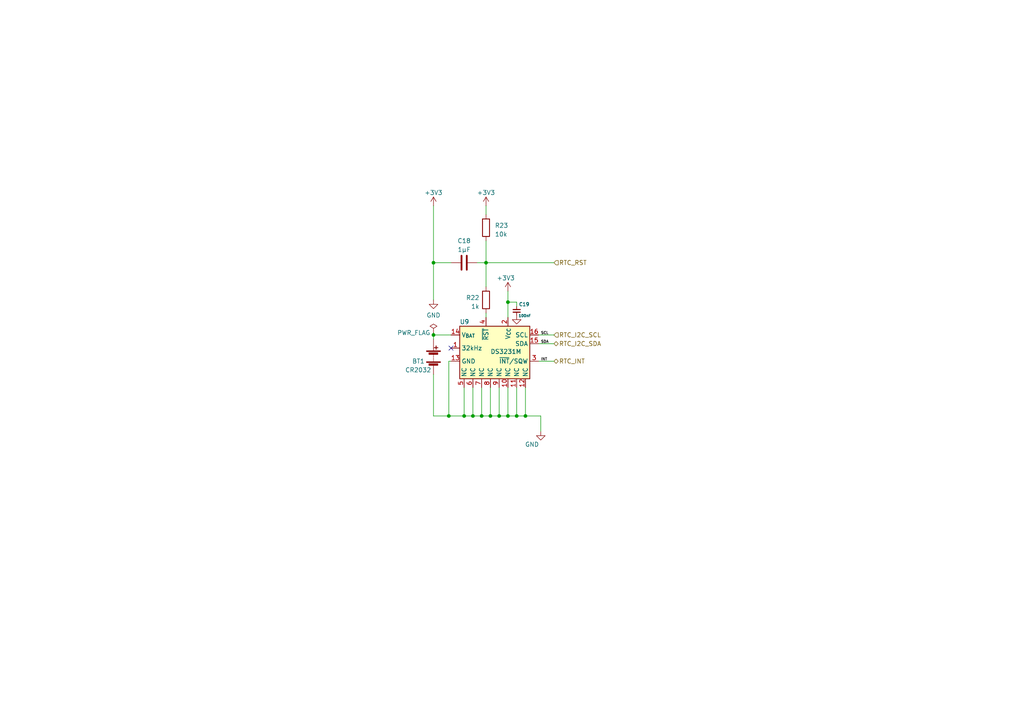
<source format=kicad_sch>
(kicad_sch (version 20230121) (generator eeschema)
  (paper "A4")
  (lib_symbols
    (symbol "C_Decoupling_1" (pin_numbers hide) (pin_names (offset 0.254) hide)
      (property "Reference" "C" (at 0.4572 1.3716 0))
      (property "Value" "C_Decoupling" (at 1.27 0 0))
      (symbol "C_Decoupling_1_0_1"
        (polyline (pts (xy -1.016 -0.381) (xy 1.016 -0.381)) (stroke (width 0.3302)))
        (polyline (pts (xy -1.016 0.381) (xy 1.016 0.381)) (stroke (width 0.3302)))
      )
      (symbol "C_Decoupling_1_1_1"
        (pin passive line (at 0 1.27 270) (length 0.7938) (name "~") (number "1"))
        (pin passive line (at 0 -1.27 90) (length 0.7938) (name "~") (number "2"))
      )
    )
    (symbol "Device:Battery" (pin_numbers hide) (pin_names (offset 0) hide)
      (property "Reference" "BT" (at 2.54 2.54 0))
      (property "Value" "Battery" (at 2.54 0 0))
      (symbol "Battery_0_1"
        (rectangle (start -2.032 -1.397) (end 2.032 -1.651) (fill (type outline)))
        (rectangle (start -2.032 1.778) (end 2.032 1.524) (fill (type outline)))
        (rectangle (start -1.3208 -1.9812) (end 1.27 -2.4892) (fill (type outline)))
        (rectangle (start -1.3208 1.1938) (end 1.27 0.6858) (fill (type outline)))
        (polyline (pts (xy 0 -1.524) (xy 0 -1.27)))
        (polyline (pts (xy 0 -1.016) (xy 0 -0.762)))
        (polyline (pts (xy 0 -0.508) (xy 0 -0.254)))
        (polyline (pts (xy 0 0) (xy 0 0.254)))
        (polyline (pts (xy 0 0.508) (xy 0 0.762)))
        (polyline (pts (xy 0 1.778) (xy 0 2.54)))
        (polyline (pts (xy 0.254 2.667) (xy 1.27 2.667)) (stroke (width 0.254)))
        (polyline (pts (xy 0.762 3.175) (xy 0.762 2.159)) (stroke (width 0.254)))
      )
      (symbol "Battery_1_1"
        (pin passive line (at 0 5.08 270) (length 2.54) (name "+") (number "1"))
        (pin passive line (at 0 -5.08 90) (length 2.54) (name "-") (number "2"))
      )
    )
    (symbol "Device:C" (pin_numbers hide) (pin_names (offset 0.254))
      (property "Reference" "C" (at 0.635 2.54 0))
      (property "Value" "C" (at 0.635 -2.54 0))
      (symbol "C_0_1"
        (polyline (pts (xy -2.032 -0.762) (xy 2.032 -0.762)) (stroke (width 0.508)))
        (polyline (pts (xy -2.032 0.762) (xy 2.032 0.762)) (stroke (width 0.508)))
      )
      (symbol "C_1_1"
        (pin passive line (at 0 3.81 270) (length 2.794) (name "~") (number "1"))
        (pin passive line (at 0 -3.81 90) (length 2.794) (name "~") (number "2"))
      )
    )
    (symbol "Device:R" (pin_numbers hide) (pin_names (offset 0))
      (property "Reference" "R" (at 2.032 0 90))
      (property "Value" "R" (at 0 0 90))
      (symbol "R_0_1"
        (rectangle (start -1.016 -2.54) (end 1.016 2.54) (stroke (width 0.254)))
      )
      (symbol "R_1_1"
        (pin passive line (at 0 3.81 270) (length 1.27) (name "~") (number "1"))
        (pin passive line (at 0 -3.81 90) (length 1.27) (name "~") (number "2"))
      )
    )
    (symbol "Timer_RTC_espena:DS3231M"
      (property "Reference" "U" (at -7.62 8.89 0))
      (property "Value" "DS3231M" (at 6.35 0.635 0))
      (symbol "DS3231M_0_1"
        (rectangle (start -10.16 7.62) (end 10.16 -7.62) (stroke (width 0.254)) (fill (type background)))
      )
      (symbol "DS3231M_1_1"
        (pin output line (at -12.7 1.27 0) (length 2.54) (name "32kHz") (number "1"))
        (pin passive line (at 3.81 -10.16 90) (length 2.54) (name "NC") (number "10"))
        (pin passive line (at 6.35 -10.16 90) (length 2.54) (name "NC") (number "11"))
        (pin passive line (at 8.89 -10.16 90) (length 2.54) (name "NC") (number "12"))
        (pin power_in line (at -12.7 -2.54 0) (length 2.54) (name "GND") (number "13"))
        (pin power_in line (at -12.7 5.08 0) (length 2.54) (name "V_{BAT}") (number "14"))
        (pin bidirectional line (at 12.7 2.54 180) (length 2.54) (name "SDA") (number "15"))
        (pin input line (at 12.7 5.08 180) (length 2.54) (name "SCL") (number "16"))
        (pin power_in line (at 3.81 10.16 270) (length 2.54) (name "V_{CC}") (number "2"))
        (pin output line (at 12.7 -2.54 180) (length 2.54) (name "~{INT}/SQW") (number "3"))
        (pin input line (at -2.54 10.16 270) (length 2.54) (name "~{RST}") (number "4"))
        (pin passive line (at -8.89 -10.16 90) (length 2.54) (name "NC") (number "5"))
        (pin passive line (at -6.35 -10.16 90) (length 2.54) (name "NC") (number "6"))
        (pin passive line (at -3.81 -10.16 90) (length 2.54) (name "NC") (number "7"))
        (pin passive line (at -1.27 -10.16 90) (length 2.54) (name "NC") (number "8"))
        (pin passive line (at 1.27 -10.16 90) (length 2.54) (name "NC") (number "9"))
      )
    )
    (symbol "power:+3V3" (power) (pin_names (offset 0))
      (property "Value" "+3V3" (at 0 3.556 0))
      (symbol "+3V3_0_1"
        (polyline (pts (xy -0.762 1.27) (xy 0 2.54)))
        (polyline (pts (xy 0 0) (xy 0 2.54)))
        (polyline (pts (xy 0 2.54) (xy 0.762 1.27)))
      )
      (symbol "+3V3_1_1"
        (pin power_in line (at 0 0 90) (length 0) hide (name "+3V3") (number "1"))
      )
    )
    (symbol "power:GND" (power) (pin_names (offset 0))
      (property "Value" "GND" (at 0 -3.81 0))
      (symbol "GND_0_1"
        (polyline (pts (xy 0 0) (xy 0 -1.27) (xy 1.27 -1.27) (xy 0 -2.54) (xy -1.27 -1.27) (xy 0 -1.27)))
      )
      (symbol "GND_1_1"
        (pin power_in line (at 0 0 270) (length 0) hide (name "GND") (number "1"))
      )
    )
    (symbol "power:PWR_FLAG" (power) (pin_numbers hide) (pin_names (offset 0) hide)
      (property "Value" "PWR_FLAG" (at 0 3.81 0))
      (symbol "PWR_FLAG_0_0"
        (pin power_out line (at 0 0 90) (length 0) (name "pwr") (number "1"))
      )
      (symbol "PWR_FLAG_0_1"
        (polyline (pts (xy 0 0) (xy 0 1.27) (xy -1.016 1.905) (xy 0 2.54) (xy 1.016 1.905) (xy 0 1.27)))
      )
    )
  )
  (junction (at 147.32 87.63))
  (junction (at 149.86 120.65))
  (junction (at 144.78 120.65))
  (junction (at 125.73 97.155))
  (junction (at 134.62 120.65))
  (junction (at 137.16 120.65))
  (junction (at 142.24 120.65))
  (junction (at 147.32 120.65))
  (junction (at 152.4 120.65))
  (junction (at 130.175 120.65))
  (junction (at 140.97 76.2))
  (junction (at 125.73 76.2))
  (junction (at 139.7 120.65))
  (no_connect (at 130.81 100.965))
  (wire (pts (xy 140.97 59.69) (xy 140.97 62.23)))
  (wire (pts (xy 125.73 76.2) (xy 130.81 76.2)))
  (wire (pts (xy 130.175 120.65) (xy 134.62 120.65)))
  (wire (pts (xy 149.86 87.63) (xy 149.86 88.9)))
  (wire (pts (xy 156.21 104.775) (xy 160.655 104.775)))
  (wire (pts (xy 144.78 112.395) (xy 144.78 120.65)))
  (wire (pts (xy 144.78 120.65) (xy 147.32 120.65)))
  (wire (pts (xy 139.7 120.65) (xy 142.24 120.65)))
  (wire (pts (xy 130.175 104.775) (xy 130.81 104.775)))
  (wire (pts (xy 125.73 96.52) (xy 125.73 97.155)))
  (wire (pts (xy 140.97 69.85) (xy 140.97 76.2)))
  (wire (pts (xy 140.97 76.2) (xy 160.655 76.2)))
  (wire (pts (xy 152.4 112.395) (xy 152.4 120.65)))
  (wire (pts (xy 147.32 87.63) (xy 149.86 87.63)))
  (wire (pts (xy 156.21 99.695) (xy 160.655 99.695)))
  (wire (pts (xy 125.73 97.155) (xy 130.81 97.155)))
  (wire (pts (xy 134.62 120.65) (xy 137.16 120.65)))
  (wire (pts (xy 147.32 87.63) (xy 147.32 92.075)))
  (wire (pts (xy 125.73 76.2) (xy 125.73 86.995)))
  (wire (pts (xy 130.175 104.775) (xy 130.175 120.65)))
  (wire (pts (xy 137.16 112.395) (xy 137.16 120.65)))
  (wire (pts (xy 149.86 120.65) (xy 152.4 120.65)))
  (wire (pts (xy 125.73 59.69) (xy 125.73 76.2)))
  (wire (pts (xy 138.43 76.2) (xy 140.97 76.2)))
  (wire (pts (xy 134.62 112.395) (xy 134.62 120.65)))
  (wire (pts (xy 140.97 76.2) (xy 140.97 83.185)))
  (wire (pts (xy 147.32 120.65) (xy 149.86 120.65)))
  (wire (pts (xy 156.21 97.155) (xy 160.655 97.155)))
  (wire (pts (xy 142.24 120.65) (xy 144.78 120.65)))
  (wire (pts (xy 142.24 112.395) (xy 142.24 120.65)))
  (wire (pts (xy 147.32 112.395) (xy 147.32 120.65)))
  (wire (pts (xy 125.73 108.585) (xy 125.73 120.65)))
  (wire (pts (xy 137.16 120.65) (xy 139.7 120.65)))
  (wire (pts (xy 147.32 84.455) (xy 147.32 87.63)))
  (wire (pts (xy 152.4 120.65) (xy 156.845 120.65)))
  (wire (pts (xy 139.7 112.395) (xy 139.7 120.65)))
  (wire (pts (xy 125.73 97.155) (xy 125.73 98.425)))
  (wire (pts (xy 149.86 112.395) (xy 149.86 120.65)))
  (wire (pts (xy 140.97 90.805) (xy 140.97 92.075)))
  (wire (pts (xy 156.845 120.65) (xy 156.845 125.095)))
  (wire (pts (xy 125.73 120.65) (xy 130.175 120.65)))
  (label "INT" (at 156.845 104.775 0) (effects (font (size 0.762 0.762))))
  (label "SDA" (at 156.845 99.695 0) (effects (font (size 0.762 0.762))))
  (label "SCL" (at 156.845 97.155 0) (effects (font (size 0.762 0.762))))
  (hierarchical_label "RTC_I2C_SDA" (shape bidirectional) (at 160.655 99.695 0))
  (hierarchical_label "RTC_I2C_SCL" (shape input) (at 160.655 97.155 0))
  (hierarchical_label "RTC_RST" (shape input) (at 160.655 76.2 0))
  (hierarchical_label "RTC_INT" (shape bidirectional) (at 160.655 104.775 0))
  (symbol (lib_name "C_Decoupling_1") (lib_id "Device_espena:C_Decoupling") (at 149.86 90.17 0) (mirror x) (unit 1)
    (property "Reference" "C19" (at 150.495 88.265 0) (effects (font (size 1 1)) (justify left)))
    (property "Value" "100nF" (at 150.368 91.567 0) (effects (font (size 0.762 0.762)) (justify left)))
    (property "Footprint" "Capacitor_SMD:C_0805_2012Metric_Pad1.18x1.45mm_HandSolder" (effects hide))
    (instances (project "broadcast_clock" (path "" (reference "C19") (unit 1))) (project "door_bell" (path "" (reference "C14") (unit 1))))
  )
  (symbol (lib_id "power:+3V3") (at 125.73 59.69 0) (unit 1)
    (property "Reference" "#PWR048" (effects hide))
    (property "Value" "+3V3" (at 125.73 55.88 0))
    (instances (project "broadcast_clock" (path "" (reference "#PWR048") (unit 1))) (project "door_bell" (path "" (reference "#PWR013") (unit 1))))
  )
  (symbol (lib_id "power:+3V3") (at 147.32 84.455 0) (unit 1)
    (property "Reference" "#PWR050" (effects hide))
    (property "Value" "+3V3" (at 146.685 80.645 0))
    (instances (project "broadcast_clock" (path "" (reference "#PWR050") (unit 1))) (project "door_bell" (path "" (reference "#PWR018") (unit 1))))
  )
  (symbol (lib_id "Device:Battery") (at 125.73 103.505 0) (unit 1)
    (property "Reference" "BT1" (at 123.19 104.775 0) (effects (justify right)))
    (property "Value" "CR2032" (at 125.095 107.315 0) (effects (justify right)))
    (property "Footprint" "Battery:BatteryHolder_Keystone_1058_1x2032" (effects hide))
  )
  (symbol (lib_id "power:GND") (at 156.845 125.095 0) (unit 1)
    (property "Reference" "#PWR054" (effects hide))
    (property "Value" "GND" (at 154.305 128.905 0))
    (instances (project "broadcast_clock" (path "" (reference "#PWR054") (unit 1))) (project "door_bell" (path "" (reference "#PWR022") (unit 1))))
  )
  (symbol (lib_id "power:PWR_FLAG") (at 125.73 96.52 0) (mirror y) (unit 1)
    (property "Reference" "#FLG02" (effects hide))
    (property "Value" "PWR_FLAG" (at 120.015 96.52 0))
    (instances (project "broadcast_clock" (path "" (reference "#FLG02") (unit 1))) (project "door_bell" (path "" (reference "#FLG03") (unit 1))))
  )
  (symbol (lib_id "power:GND") (at 125.73 86.995 0) (unit 1)
    (property "Reference" "#PWR049" (effects hide))
    (property "Value" "GND" (at 125.73 91.44 0))
    (instances (project "broadcast_clock" (path "" (reference "#PWR049") (unit 1))) (project "door_bell" (path "" (reference "#PWR014") (unit 1))))
  )
  (symbol (lib_id "Device:C") (at 134.62 76.2 90) (unit 1)
    (property "Reference" "C18" (at 134.62 69.85 90))
    (property "Value" "1µF" (at 134.62 72.39 90))
    (property "Footprint" "Capacitor_SMD:C_0805_2012Metric_Pad1.18x1.45mm_HandSolder" (effects hide))
    (instances (project "broadcast_clock" (path "" (reference "C18") (unit 1))) (project "door_bell" (path "" (reference "C12") (unit 1))))
  )
  (symbol (lib_id "Timer_RTC_espena:DS3231M") (at 143.51 102.235 0) (unit 1)
    (property "Reference" "U9" (at 133.35 93.345 0) (effects (justify left)))
    (property "Value" "DS3231M" (at 142.24 101.981 0) (effects (justify left)))
    (property "Footprint" "Package_SO:SOIC-16W_7.5x10.3mm_P1.27mm" (effects hide))
    (property "Datasheet" "http://datasheets.maximintegrated.com/en/ds/DS3231.pdf" (effects hide))
    (instances (project "broadcast_clock" (path "" (reference "U9") (unit 1))) (project "door_bell" (path "" (reference "U4") (unit 1))))
  )
  (symbol (lib_id "power:GND") (at 149.86 91.44 0) (unit 1)
    (property "Reference" "#PWR051" (effects hide))
    (property "Value" "GND" (effects hide))
    (instances (project "broadcast_clock" (path "" (reference "#PWR051") (unit 1))) (project "door_bell" (path "" (reference "#PWR019") (unit 1))))
  )
  (symbol (lib_id "power:+3V3") (at 140.97 59.69 0) (unit 1)
    (property "Reference" "#PWR052" (effects hide))
    (property "Value" "+3V3" (at 140.97 55.88 0))
    (instances (project "broadcast_clock" (path "" (reference "#PWR052") (unit 1))) (project "door_bell" (path "" (reference "#PWR013") (unit 1))))
  )
  (symbol (lib_id "Device:R") (at 140.97 66.04 180) (unit 1)
    (property "Reference" "R23" (at 143.51 65.405 0) (effects (justify right)))
    (property "Value" "10k" (at 143.51 67.945 0) (effects (justify right)))
    (property "Footprint" "Resistor_SMD:R_0805_2012Metric_Pad1.20x1.40mm_HandSolder" (effects hide))
    (instances (project "broadcast_clock" (path "" (reference "R23") (unit 1))) (project "door_bell" (path "" (reference "R1") (unit 1))))
  )
  (symbol (lib_id "Device:R") (at 140.97 86.995 0) (mirror x) (unit 1)
    (property "Reference" "R22" (at 139.065 86.36 0) (effects (justify right)))
    (property "Value" "1k" (at 139.065 88.9 0) (effects (justify right)))
    (property "Footprint" "Resistor_SMD:R_0805_2012Metric_Pad1.20x1.40mm_HandSolder" (effects hide))
    (instances (project "broadcast_clock" (path "" (reference "R22") (unit 1))) (project "door_bell" (path "" (reference "R1") (unit 1))))
  )
)
</source>
